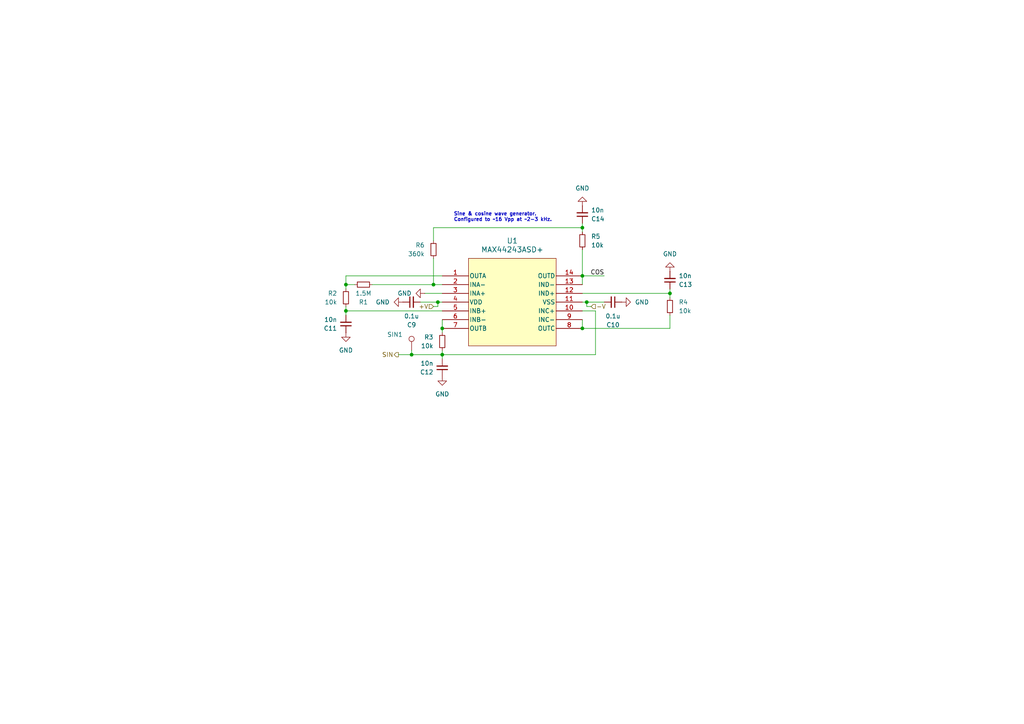
<source format=kicad_sch>
(kicad_sch (version 20250114) (generator "eeschema") (generator_version "9.0")
  (paper "A4")
  (title_block (title "Bubba oscillator") (date "2025-03-28") (rev "1.0"))
  (lib_symbols
    (symbol "Connector:TestPoint" (pin_numbers (hide yes)) (pin_names (offset 0.762) (hide yes))
      (property "Reference" "TP" (at 0 6.858 0))
      (property "Value" "TestPoint" (at 0 5.08 0))
      (symbol "TestPoint_0_1"
        (circle (center 0 3.302) (radius 0.762))
      )
      (symbol "TestPoint_1_1"
        (pin passive line (at 0 0 90) (length 2.54) (name "1") (number "1"))
      )
    )
    (symbol "Device:C_Small" (pin_numbers (hide yes)) (pin_names (offset 0.254) (hide yes))
      (property "Reference" "C" (at 0.254 1.778 0))
      (property "Value" "C_Small" (at 0.254 -2.032 0))
      (symbol "C_Small_0_1"
        (polyline (pts (xy -1.524 0.508) (xy 1.524 0.508)) (stroke (width 0.3048)))
        (polyline (pts (xy -1.524 -0.508) (xy 1.524 -0.508)) (stroke (width 0.3302)))
      )
      (symbol "C_Small_1_1"
        (pin passive line (at 0 2.54 270) (length 2.032) (name "~") (number "1"))
        (pin passive line (at 0 -2.54 90) (length 2.032) (name "~") (number "2"))
      )
    )
    (symbol "R_Small_1" (pin_numbers (hide yes)) (pin_names (offset 0.254) (hide yes))
      (property "Reference" "R" (at 0 0 90))
      (property "Value" "R_Small" (at 1.778 0 90))
      (symbol "R_Small_1_0_1"
        (rectangle (start -0.762 1.778) (end 0.762 -1.778) (stroke (width 0.2032)))
      )
      (symbol "R_Small_1_1_1"
        (pin passive line (at 0 2.54 270) (length 0.762) (name "~") (number "1"))
        (pin passive line (at 0 -2.54 90) (length 0.762) (name "~") (number "2"))
      )
    )
    (symbol "R_Small_2" (pin_numbers (hide yes)) (pin_names (offset 0.254) (hide yes))
      (property "Reference" "R" (at 0 0 90))
      (property "Value" "R_Small" (at 1.778 0 90))
      (symbol "R_Small_2_0_1"
        (rectangle (start -0.762 1.778) (end 0.762 -1.778) (stroke (width 0.2032)))
      )
      (symbol "R_Small_2_1_1"
        (pin passive line (at 0 2.54 270) (length 0.762) (name "~") (number "1"))
        (pin passive line (at 0 -2.54 90) (length 0.762) (name "~") (number "2"))
      )
    )
    (symbol "bias-supply:MAX44243ASD+" (pin_names (offset 0.254))
      (property "Reference" "U" (at 20.32 10.16 0))
      (property "Value" "MAX44243ASD+" (at 20.32 7.62 0))
      (symbol "MAX44243ASD+_0_1"
        (pin output line (at 0 0 0) (length 7.62) (name "OUTA") (number "1"))
        (pin power_in line (at 0 -7.62 0) (length 7.62) (name "VDD") (number "4"))
        (pin output line (at 0 -15.24 0) (length 7.62) (name "OUTB") (number "7"))
        (pin output line (at 40.64 0 180) (length 7.62) (name "OUTD") (number "14"))
        (pin output line (at 40.64 -15.24 180) (length 7.62) (name "OUTC") (number "8"))
      )
      (symbol "MAX44243ASD+_1_1"
        (rectangle (start 7.62 5.08) (end 33.02 -20.32) (fill (type background)))
        (pin passive line (at 0 -2.54 0) (length 7.62) (name "INA-") (number "2"))
        (pin passive line (at 0 -5.08 0) (length 7.62) (name "INA+") (number "3"))
        (pin passive line (at 0 -10.16 0) (length 7.62) (name "INB+") (number "5"))
        (pin passive line (at 0 -12.7 0) (length 7.62) (name "INB-") (number "6"))
        (pin passive line (at 40.64 -2.54 180) (length 7.62) (name "IND-") (number "13"))
        (pin passive line (at 40.64 -5.08 180) (length 7.62) (name "IND+") (number "12"))
        (pin power_in line (at 40.64 -7.62 180) (length 7.62) (name "VSS") (number "11"))
        (pin passive line (at 40.64 -10.16 180) (length 7.62) (name "INC+") (number "10"))
        (pin passive line (at 40.64 -12.7 180) (length 7.62) (name "INC-") (number "9"))
      )
    )
    (symbol "power:GND" (power) (pin_numbers (hide yes)) (pin_names (offset 0) (hide yes))
      (property "Value" "GND" (at 0 -3.81 0))
      (symbol "GND_0_1"
        (polyline (pts (xy 0 0) (xy 0 -1.27) (xy 1.27 -1.27) (xy 0 -2.54) (xy -1.27 -1.27) (xy 0 -1.27)))
      )
      (symbol "GND_1_1"
        (pin power_in line (at 0 0 270) (length 0) (name "~") (number "1"))
      )
    )
  )
  (text "Sine & cosine wave generator.\nConfigured to ~16 Vpp at ~2-3 kHz." (at 131.572 62.992 0) (effects (font (size 1.016 1.016) (thickness 0.2032) (bold yes)) (justify left)))
  (junction (at 128.27 102.87))
  (junction (at 125.73 82.55))
  (junction (at 119.38 102.87))
  (junction (at 168.91 95.25))
  (junction (at 194.31 85.09))
  (junction (at 128.27 95.25))
  (junction (at 100.33 90.17))
  (junction (at 170.18 87.63))
  (junction (at 127 87.63))
  (junction (at 100.33 82.55))
  (junction (at 168.91 66.04))
  (junction (at 168.91 80.01))
  (wire (pts (xy 168.91 64.77) (xy 168.91 66.04)))
  (wire (pts (xy 171.45 88.9) (xy 170.18 88.9)))
  (wire (pts (xy 194.31 86.36) (xy 194.31 85.09)))
  (wire (pts (xy 175.26 87.63) (xy 170.18 87.63)))
  (wire (pts (xy 125.73 74.93) (xy 125.73 82.55)))
  (wire (pts (xy 168.91 72.39) (xy 168.91 80.01)))
  (wire (pts (xy 125.73 82.55) (xy 128.27 82.55)))
  (wire (pts (xy 100.33 88.9) (xy 100.33 90.17)))
  (wire (pts (xy 115.57 102.87) (xy 119.38 102.87)))
  (wire (pts (xy 100.33 82.55) (xy 102.87 82.55)))
  (wire (pts (xy 168.91 80.01) (xy 168.91 82.55)))
  (wire (pts (xy 119.38 102.87) (xy 128.27 102.87)))
  (wire (pts (xy 128.27 102.87) (xy 128.27 104.14)))
  (wire (pts (xy 168.91 66.04) (xy 125.73 66.04)))
  (wire (pts (xy 168.91 85.09) (xy 194.31 85.09)))
  (wire (pts (xy 170.18 88.9) (xy 170.18 87.63)))
  (wire (pts (xy 100.33 80.01) (xy 100.33 82.55)))
  (wire (pts (xy 168.91 80.01) (xy 175.26 80.01)))
  (wire (pts (xy 100.33 90.17) (xy 100.33 91.44)))
  (wire (pts (xy 172.72 90.17) (xy 172.72 102.87)))
  (wire (pts (xy 128.27 95.25) (xy 128.27 96.52)))
  (wire (pts (xy 168.91 95.25) (xy 194.31 95.25)))
  (wire (pts (xy 119.38 101.6) (xy 119.38 102.87)))
  (wire (pts (xy 125.73 66.04) (xy 125.73 69.85)))
  (wire (pts (xy 128.27 101.6) (xy 128.27 102.87)))
  (wire (pts (xy 125.73 88.9) (xy 127 88.9)))
  (wire (pts (xy 127 87.63) (xy 127 88.9)))
  (wire (pts (xy 123.19 85.09) (xy 128.27 85.09)))
  (wire (pts (xy 168.91 66.04) (xy 168.91 67.31)))
  (wire (pts (xy 121.92 87.63) (xy 127 87.63)))
  (wire (pts (xy 128.27 80.01) (xy 100.33 80.01)))
  (wire (pts (xy 100.33 82.55) (xy 100.33 83.82)))
  (wire (pts (xy 194.31 85.09) (xy 194.31 83.82)))
  (wire (pts (xy 170.18 87.63) (xy 168.91 87.63)))
  (wire (pts (xy 194.31 91.44) (xy 194.31 95.25)))
  (wire (pts (xy 100.33 90.17) (xy 128.27 90.17)))
  (wire (pts (xy 107.95 82.55) (xy 125.73 82.55)))
  (wire (pts (xy 128.27 102.87) (xy 172.72 102.87)))
  (wire (pts (xy 168.91 92.71) (xy 168.91 95.25)))
  (wire (pts (xy 128.27 92.71) (xy 128.27 95.25)))
  (wire (pts (xy 168.91 90.17) (xy 172.72 90.17)))
  (wire (pts (xy 127 87.63) (xy 128.27 87.63)))
  (label "COS" (at 175.26 80.01 180))
  (hierarchical_label "+V" (shape input) (at 125.73 88.9 180))
  (hierarchical_label "-V" (shape input) (at 171.45 88.9 0))
  (hierarchical_label "SIN" (shape output) (at 115.57 102.87 180))
  (symbol (lib_id "Connector:TestPoint") (at 119.38 101.6 0) (unit 1)
    (property "Reference" "SIN1" (at 116.84 97.0279 0) (effects (justify right)))
    (property "Value" "SIN1" (effects (hide yes)))
    (property "Footprint" "bias-supply:TestPoint_THTPad_D2.0mm_Drill1.0mm_JLCrules" (effects (hide yes)))
    (property "Description" "test point" (effects (hide yes)))
  )
  (symbol (lib_id "Device:C_Small") (at 168.91 62.23 0) (mirror x) (unit 1)
    (property "Reference" "C14" (at 171.45 63.4937 0) (effects (justify left)))
    (property "Value" "10n" (at 171.45 60.9537 0) (effects (justify left)))
    (property "Footprint" "Capacitor_SMD:C_1206_3216Metric" (effects (hide yes)))
  )
  (symbol (lib_id "Device:C_Small") (at 177.8 87.63 270) (mirror x) (unit 1)
    (property "Reference" "C10" (at 177.8 94.234 90))
    (property "Value" "0.1u" (at 177.8 91.694 90))
    (property "Footprint" "Capacitor_SMD:C_1206_3216Metric" (effects (hide yes)))
    (property "Description" "Unpolarized capacitor, small symbol" (effects (hide yes)))
  )
  (symbol (lib_id "power:GND") (at 100.33 96.52 0) (unit 1)
    (property "Reference" "#PWR07" (effects (hide yes)))
    (property "Value" "GND" (at 100.33 101.6 0))
    (property "Description" "Power symbol creates a global label with name \"GND\" , ground" (effects (hide yes)))
  )
  (symbol (lib_id "power:GND") (at 123.19 85.09 270) (unit 1)
    (property "Reference" "#PWR02" (effects (hide yes)))
    (property "Value" "GND" (at 119.38 85.0899 90) (effects (justify right)))
    (property "Description" "Power symbol creates a global label with name \"GND\" , ground" (effects (hide yes)))
  )
  (symbol (lib_id "power:GND") (at 168.91 59.69 180) (unit 1)
    (property "Reference" "#PWR010" (effects (hide yes)))
    (property "Value" "GND" (at 168.91 54.61 0))
    (property "Description" "Power symbol creates a global label with name \"GND\" , ground" (effects (hide yes)))
  )
  (symbol (lib_id "Device:C_Small") (at 100.33 93.98 180) (unit 1)
    (property "Reference" "C11" (at 97.79 95.2437 0) (effects (justify left)))
    (property "Value" "10n" (at 97.79 92.7037 0) (effects (justify left)))
    (property "Footprint" "Capacitor_SMD:C_1206_3216Metric" (effects (hide yes)))
  )
  (symbol (lib_name "R_Small_2") (lib_id "Device:R_Small") (at 105.41 82.55 270) (mirror x) (unit 1)
    (property "Reference" "R1" (at 105.41 87.63 90))
    (property "Value" "1.5M" (at 105.41 85.09 90))
    (property "Footprint" "Resistor_SMD:R_1206_3216Metric" (effects (hide yes)))
    (property "Description" "Resistor, small symbol" (effects (hide yes)))
  )
  (symbol (lib_id "power:GND") (at 194.31 78.74 180) (unit 1)
    (property "Reference" "#PWR09" (effects (hide yes)))
    (property "Value" "GND" (at 194.31 73.66 0))
    (property "Description" "Power symbol creates a global label with name \"GND\" , ground" (effects (hide yes)))
  )
  (symbol (lib_id "bias-supply:MAX44243ASD+") (at 128.27 80.01 0) (unit 1)
    (property "Reference" "U1" (at 148.59 69.85 0) (effects (font (size 1.524 1.524))))
    (property "Value" "MAX44243ASD+" (at 148.59 72.39 0) (effects (font (size 1.524 1.524))))
    (property "Footprint" "bias-supply:MAX44243ASD+" (effects (hide yes)))
    (property "Datasheet" "https://datasheets.maximintegrated.com/en/ds/MAX44241-MAX44246.pdf" (effects (hide yes)))
  )
  (symbol (lib_name "R_Small_1") (lib_id "Device:R_Small") (at 168.91 69.85 0) (mirror y) (unit 1)
    (property "Reference" "R5" (at 171.45 68.5799 0) (effects (justify right)))
    (property "Value" "10k" (at 171.45 71.1199 0) (effects (justify right)))
    (property "Footprint" "Resistor_SMD:R_1206_3216Metric" (effects (hide yes)))
    (property "Description" "Resistor, small symbol" (effects (hide yes)))
  )
  (symbol (lib_id "Device:C_Small") (at 119.38 87.63 90) (unit 1)
    (property "Reference" "C9" (at 119.38 94.234 90))
    (property "Value" "0.1u" (at 119.38 91.694 90))
    (property "Footprint" "Capacitor_SMD:C_1206_3216Metric" (effects (hide yes)))
    (property "Description" "Unpolarized capacitor, small symbol" (effects (hide yes)))
  )
  (symbol (lib_name "R_Small_1") (lib_id "Device:R_Small") (at 125.73 72.39 0) (unit 1)
    (property "Reference" "R6" (at 123.19 71.1199 0) (effects (justify right)))
    (property "Value" "360k" (at 123.19 73.6599 0) (effects (justify right)))
    (property "Footprint" "Resistor_SMD:R_1206_3216Metric" (effects (hide yes)))
    (property "Description" "Resistor, small symbol" (effects (hide yes)))
  )
  (symbol (lib_id "power:GND") (at 180.34 87.63 90) (mirror x) (unit 1)
    (property "Reference" "#PWR031" (effects (hide yes)))
    (property "Value" "GND" (at 184.15 87.63 90) (effects (justify right)))
    (property "Description" "Power symbol creates a global label with name \"GND\" , ground" (effects (hide yes)))
  )
  (symbol (lib_id "power:GND") (at 116.84 87.63 270) (unit 1)
    (property "Reference" "#PWR030" (effects (hide yes)))
    (property "Value" "GND" (at 113.03 87.63 90) (effects (justify right)))
    (property "Description" "Power symbol creates a global label with name \"GND\" , ground" (effects (hide yes)))
  )
  (symbol (lib_name "R_Small_1") (lib_id "Device:R_Small") (at 100.33 86.36 0) (unit 1)
    (property "Reference" "R2" (at 97.79 85.0899 0) (effects (justify right)))
    (property "Value" "10k" (at 97.79 87.6299 0) (effects (justify right)))
    (property "Footprint" "Resistor_SMD:R_1206_3216Metric" (effects (hide yes)))
    (property "Description" "Resistor, small symbol" (effects (hide yes)))
  )
  (symbol (lib_id "Device:C_Small") (at 128.27 106.68 180) (unit 1)
    (property "Reference" "C12" (at 125.73 107.9437 0) (effects (justify left)))
    (property "Value" "10n" (at 125.73 105.4037 0) (effects (justify left)))
    (property "Footprint" "Capacitor_SMD:C_1206_3216Metric" (effects (hide yes)))
  )
  (symbol (lib_id "power:GND") (at 128.27 109.22 0) (unit 1)
    (property "Reference" "#PWR08" (effects (hide yes)))
    (property "Value" "GND" (at 128.27 114.3 0))
    (property "Description" "Power symbol creates a global label with name \"GND\" , ground" (effects (hide yes)))
  )
  (symbol (lib_id "Device:C_Small") (at 194.31 81.28 0) (mirror x) (unit 1)
    (property "Reference" "C13" (at 196.85 82.5437 0) (effects (justify left)))
    (property "Value" "10n" (at 196.85 80.0037 0) (effects (justify left)))
    (property "Footprint" "Capacitor_SMD:C_1206_3216Metric" (effects (hide yes)))
  )
  (symbol (lib_name "R_Small_1") (lib_id "Device:R_Small") (at 194.31 88.9 0) (mirror y) (unit 1)
    (property "Reference" "R4" (at 196.85 87.6299 0) (effects (justify right)))
    (property "Value" "10k" (at 196.85 90.1699 0) (effects (justify right)))
    (property "Footprint" "Resistor_SMD:R_1206_3216Metric" (effects (hide yes)))
    (property "Description" "Resistor, small symbol" (effects (hide yes)))
  )
  (symbol (lib_name "R_Small_1") (lib_id "Device:R_Small") (at 128.27 99.06 0) (unit 1)
    (property "Reference" "R3" (at 125.73 97.7899 0) (effects (justify right)))
    (property "Value" "10k" (at 125.73 100.3299 0) (effects (justify right)))
    (property "Footprint" "Resistor_SMD:R_1206_3216Metric" (effects (hide yes)))
    (property "Description" "Resistor, small symbol" (effects (hide yes)))
  )
)
</source>
